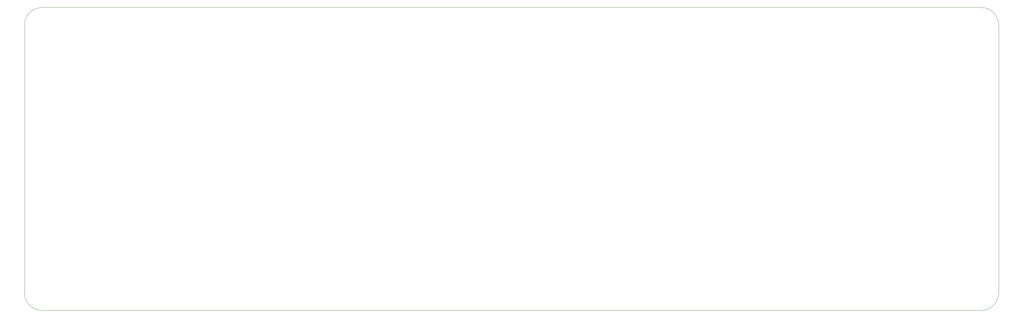
<source format=gm1>
G04 #@! TF.GenerationSoftware,KiCad,Pcbnew,8.0.4*
G04 #@! TF.CreationDate,2024-09-14T23:48:03-04:00*
G04 #@! TF.ProjectId,Signal_Processing_Board,5369676e-616c-45f5-9072-6f6365737369,rev?*
G04 #@! TF.SameCoordinates,Original*
G04 #@! TF.FileFunction,Profile,NP*
%FSLAX46Y46*%
G04 Gerber Fmt 4.6, Leading zero omitted, Abs format (unit mm)*
G04 Created by KiCad (PCBNEW 8.0.4) date 2024-09-14 23:48:03*
%MOMM*%
%LPD*%
G01*
G04 APERTURE LIST*
G04 #@! TA.AperFunction,Profile*
%ADD10C,0.050000*%
G04 #@! TD*
G04 APERTURE END LIST*
D10*
X349720000Y-98500000D02*
G75*
G02*
X354720000Y-103500000I0J-5000000D01*
G01*
X76220000Y-103500000D02*
G75*
G02*
X81220000Y-98500000I5000000J0D01*
G01*
X354720000Y-180250000D02*
G75*
G02*
X349720000Y-185250000I-5000000J0D01*
G01*
X81220000Y-185250000D02*
G75*
G02*
X76220000Y-180250000I0J5000000D01*
G01*
X81220000Y-98500000D02*
X349720000Y-98500000D01*
X354720000Y-103500000D02*
X354720000Y-180250000D01*
X76220000Y-180250000D02*
X76220000Y-103500000D01*
X349720000Y-185250000D02*
X81220000Y-185250000D01*
M02*

</source>
